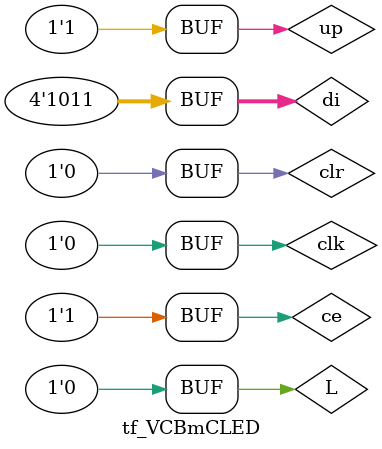
<source format=v>
module tf_VCBmCLED;

	// Inputs
	reg ce;
	reg up;
	reg [3:0] di;
	reg L;
	reg clk;
	reg clr;

	// Outputs
	wire [3:0] Q;
	wire CEO;
	wire TC;

	// Instantiate the Unit Under Test (UUT)
	VCBmCLED uut (
		.ce(ce), 
		.Q(Q), 
		.up(up), 
		.CEO(CEO), 
		.di(di), 
		.TC(TC), 
		.L(L), 
		.clk(clk), 
		.clr(clr)
	);
parameter Tclk=20; //Ïåðèîä ñèãíàëà ñèíõðîíèçàöèè 20 íñ
always begin clk=1; #(Tclk/2); clk=0; #(Tclk/2); end
// Ãåíåðàòîð ïåðèîäè÷åñêîãî ñèãíàëà ce
parameter Tce=160; //Ïåðèîä ñèãíàëà ce 160 íñ
always begin ce=0; #(7*Tce/8); ce=1; #(1*Tce/8); end //Òîëüêî öåëàÿ ÷àñòü äåëåíèÿ

	initial begin
		// Initialize Inputs
		ce = 0;
		up = 0;
		di = 0;
		L = 0;
		clk = 0;
		clr = 0;
		
	#38 ; clr= 1; //×åðåç 38 íñ 1
	#10; clr= 0; // ×åðåç 10 íñ 0
	#611; clr= 1; //×åðåç 611 íñ 1
	#270; clr = 0; // ×åðåç 270 íñ 0
	#500; L =1;
	#500; di = 11;
	#550; L =0;
	#322; up = 1;
	#350; up = 1;

	end

      
endmodule
</source>
